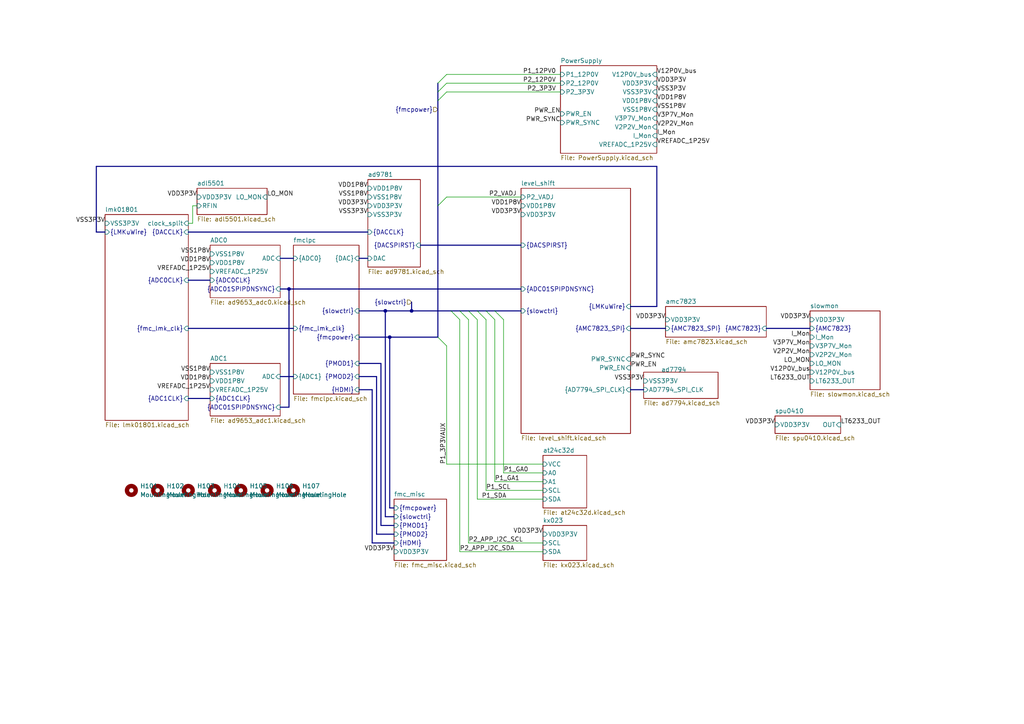
<source format=kicad_sch>
(kicad_sch (version 20231120) (generator "eeschema") (generator_version "8.0")
  (paper "A4")
  (lib_symbols
    (symbol "Mechanical:MountingHole" (pin_names (offset 1.016)) (exclude_from_sim yes) (in_bom no)
      (property "Reference" "H" (at 0 5.08 0))
      (property "Value" "MountingHole" (at 0 3.175 0))
      (symbol "MountingHole_0_1"
        (circle (center 0 0) (radius 1.27) (stroke (width 1.27)))
      )
    )
  )
  (bus_alias "ADC0" (members "ADC0_D0A_N" "ADC0_D0A_P" "ADC0_D0B_N" "ADC0_D0B_P" "ADC0_D0C_N" "ADC0_D0C_P" "ADC0_D0D_N" "ADC0_D0D_P" "ADC0_D1A_N" "ADC0_D1A_P" "ADC0_D1B_N" "ADC0_D1B_P" "ADC0_D1C_N" "ADC0_D1C_P" "ADC0_D1D_N" "ADC0_D1D_P" "ADC0_DCO_N" "ADC0_DCO_P" "ADC0_FCO_N" "ADC0_FCO_P"))
  (bus_alias "ADC01SPIPDNSYNC" (members "ADC0_CSB" "ADC1_CSB" "ADC01_SCLK" "ADC01_SDIO" "ADC01_PDWN" "ADC01_SYNC"))
  (bus_alias "ADC0CLK" (members "ADC0_CLK+" "ADC0_CLK-"))
  (bus_alias "ADC1" (members "ADC1_D0A_N" "ADC1_D0A_P" "ADC1_D0B_N" "ADC1_D0B_P" "ADC1_D0C_N" "ADC1_D0C_P" "ADC1_D0D_N" "ADC1_D0D_P" "ADC1_D1A_N" "ADC1_D1A_P" "ADC1_D1B_N" "ADC1_D1B_P" "ADC1_D1C_N" "ADC1_D1C_P" "ADC1_D1D_N" "ADC1_D1D_P" "ADC1_DCO_N" "ADC1_DCO_P" "ADC1_FCO_N" "ADC1_FCO_P"))
  (bus_alias "ADC1CLK" (members "ADC1_CLK+" "ADC1_CLK-"))
  (bus_alias "AMC7823" (members "CONVERT" "ADC0" "V2P2V_Mon" "V3P7V_Mon" "ADC3" "LT6233_OUT" "LO_MON" "I_Mon" "ADC7" "DAC0" "DAC1" "DAC2" "DAC3" "DAC4" "DAC5" "DAC6" "DAC7" "GPIO0" "GPIO1" "GPIO2" "GPIO3" "GPIO4" "GPIO5" "PRECISION_I_OUTPUT" "EXT_REF_IN"))
  (bus_alias "AMC7823_SPI" (members "SS" "MISO" "MOSI" "SCLK"))
  (bus_alias "DACCLK" (members "DAC_CLKP" "DAC_CLKN"))
  (bus_alias "DACSPIRST" (members "DAC_CSB" "DAC_SCLK" "DAC_SDIO" "DAC_SDO" "DAC_RESET"))
  (junction (at 111.76 90.17))
  (junction (at 83.82 83.82))
  (junction (at 119.38 90.17))
  (junction (at 113.03 97.79))
  (bus_entry (at 135.89 90.17) (size 2.54 2.54))
  (bus_entry (at 127 29.21) (size 2.54 -2.54))
  (bus_entry (at 133.35 90.17) (size 2.54 2.54))
  (bus_entry (at 130.81 90.17) (size 2.54 2.54))
  (bus_entry (at 127 26.67) (size 2.54 -2.54))
  (bus_entry (at 143.51 90.17) (size 2.54 2.54))
  (bus_entry (at 127 97.79) (size 2.54 2.54))
  (bus_entry (at 140.97 90.17) (size 2.54 2.54))
  (bus_entry (at 138.43 90.17) (size 2.54 2.54))
  (bus_entry (at 127 59.69) (size 2.54 -2.54))
  (bus_entry (at 127 24.13) (size 2.54 -2.54))
  (bus (pts (xy 127 97.79) (xy 127 59.69)))
  (bus (pts (xy 130.81 90.17) (xy 133.35 90.17)))
  (bus (pts (xy 113.03 97.79) (xy 127 97.79)))
  (wire (pts (xy 140.97 142.24) (xy 157.48 142.24)))
  (bus (pts (xy 127 26.67) (xy 127 29.21)))
  (bus (pts (xy 83.82 83.82) (xy 151.13 83.82)))
  (bus (pts (xy 119.38 90.17) (xy 130.81 90.17)))
  (wire (pts (xy 140.97 92.71) (xy 140.97 142.24)))
  (bus (pts (xy 143.51 90.17) (xy 151.13 90.17)))
  (bus (pts (xy 81.28 109.22) (xy 85.09 109.22)))
  (bus (pts (xy 54.61 95.25) (xy 85.09 95.25)))
  (wire (pts (xy 138.43 92.71) (xy 138.43 144.78)))
  (bus (pts (xy 133.35 90.17) (xy 135.89 90.17)))
  (bus (pts (xy 190.5 88.9) (xy 190.5 48.26)))
  (wire (pts (xy 133.35 92.71) (xy 133.35 160.02)))
  (bus (pts (xy 104.14 74.93) (xy 106.68 74.93)))
  (bus (pts (xy 127 59.69) (xy 127 29.21)))
  (wire (pts (xy 54.61 64.77) (xy 55.88 64.77)))
  (bus (pts (xy 104.14 109.22) (xy 109.22 109.22)))
  (bus (pts (xy 27.94 67.31) (xy 30.48 67.31)))
  (bus (pts (xy 138.43 90.17) (xy 140.97 90.17)))
  (bus (pts (xy 54.61 115.57) (xy 60.96 115.57)))
  (bus (pts (xy 110.49 105.41) (xy 110.49 152.4)))
  (bus (pts (xy 81.28 74.93) (xy 85.09 74.93)))
  (bus (pts (xy 140.97 90.17) (xy 143.51 90.17)))
  (wire (pts (xy 129.54 26.67) (xy 162.56 26.67)))
  (wire (pts (xy 135.89 92.71) (xy 135.89 157.48)))
  (bus (pts (xy 83.82 118.11) (xy 83.82 83.82)))
  (bus (pts (xy 109.22 154.94) (xy 114.3 154.94)))
  (bus (pts (xy 104.14 90.17) (xy 111.76 90.17)))
  (wire (pts (xy 129.54 134.62) (xy 157.48 134.62)))
  (bus (pts (xy 111.76 90.17) (xy 111.76 149.86)))
  (bus (pts (xy 113.03 147.32) (xy 114.3 147.32)))
  (bus (pts (xy 127 24.13) (xy 127 26.67)))
  (bus (pts (xy 113.03 97.79) (xy 113.03 147.32)))
  (bus (pts (xy 182.88 95.25) (xy 193.04 95.25)))
  (bus (pts (xy 54.61 81.28) (xy 60.96 81.28)))
  (wire (pts (xy 135.89 157.48) (xy 157.48 157.48)))
  (bus (pts (xy 110.49 152.4) (xy 114.3 152.4)))
  (bus (pts (xy 81.28 83.82) (xy 83.82 83.82)))
  (bus (pts (xy 222.25 95.25) (xy 234.95 95.25)))
  (bus (pts (xy 81.28 118.11) (xy 83.82 118.11)))
  (bus (pts (xy 107.95 157.48) (xy 114.3 157.48)))
  (wire (pts (xy 146.05 137.16) (xy 157.48 137.16)))
  (wire (pts (xy 55.88 59.69) (xy 57.15 59.69)))
  (bus (pts (xy 104.14 97.79) (xy 113.03 97.79)))
  (bus (pts (xy 107.95 113.03) (xy 107.95 157.48)))
  (bus (pts (xy 111.76 149.86) (xy 114.3 149.86)))
  (bus (pts (xy 27.94 48.26) (xy 27.94 67.31)))
  (wire (pts (xy 138.43 144.78) (xy 157.48 144.78)))
  (wire (pts (xy 129.54 24.13) (xy 162.56 24.13)))
  (bus (pts (xy 54.61 67.31) (xy 106.68 67.31)))
  (bus (pts (xy 109.22 109.22) (xy 109.22 154.94)))
  (bus (pts (xy 182.88 113.03) (xy 186.69 113.03)))
  (bus (pts (xy 121.92 71.12) (xy 151.13 71.12)))
  (bus (pts (xy 135.89 90.17) (xy 138.43 90.17)))
  (wire (pts (xy 129.54 21.59) (xy 162.56 21.59)))
  (wire (pts (xy 146.05 92.71) (xy 146.05 137.16)))
  (wire (pts (xy 129.54 57.15) (xy 151.13 57.15)))
  (bus (pts (xy 190.5 48.26) (xy 27.94 48.26)))
  (bus (pts (xy 119.38 87.63) (xy 119.38 90.17)))
  (wire (pts (xy 129.54 100.33) (xy 129.54 134.62)))
  (bus (pts (xy 182.88 88.9) (xy 190.5 88.9)))
  (wire (pts (xy 133.35 160.02) (xy 157.48 160.02)))
  (bus (pts (xy 104.14 105.41) (xy 110.49 105.41)))
  (bus (pts (xy 104.14 113.03) (xy 107.95 113.03)))
  (wire (pts (xy 55.88 64.77) (xy 55.88 59.69)))
  (wire (pts (xy 143.51 92.71) (xy 143.51 139.7)))
  (wire (pts (xy 143.51 139.7) (xy 157.48 139.7)))
  (bus (pts (xy 111.76 90.17) (xy 119.38 90.17)))
  (label "P2_VADJ" (at 149.86 57.15 180))
  (label "VDD1P8V" (at 60.96 110.49 180))
  (label "P2_APP_I2C_SDA" (at 133.35 160.02 0))
  (label "V3P7V_Mon" (at 234.95 100.33 180))
  (label "VDD3P3V" (at 57.15 57.15 180))
  (label "P2_APP_I2C_SCL" (at 135.89 157.48 0))
  (label "V2P2V_Mon" (at 190.5 36.83 0))
  (label "VSS1P8V" (at 190.5 31.75 0))
  (label "P2_12P0V" (at 161.29 24.13 180))
  (label "P1_SDA" (at 139.7 144.78 0))
  (label "VSS3P3V" (at 106.68 62.23 180))
  (label "P1_GA0" (at 146.05 137.16 0))
  (label "VSS1P8V" (at 106.68 57.15 180))
  (label "I_Mon" (at 234.95 97.79 180))
  (label "VSS1P8V" (at 60.96 107.95 180))
  (label "VREFADC_1P25V" (at 60.96 78.74 180))
  (label "VSS1P8V" (at 60.96 73.66 180))
  (label "VDD1P8V" (at 60.96 76.2 180))
  (label "VDD3P3V" (at 106.68 59.69 180))
  (label "V12P0V_bus" (at 234.95 107.95 180))
  (label "VDD3P3V" (at 234.95 92.71 180))
  (label "P1_3P3VAUX" (at 129.54 134.62 90))
  (label "VSS3P3V" (at 30.48 64.77 180))
  (label "P1_SCL" (at 140.97 142.24 0))
  (label "VDD1P8V" (at 190.5 29.21 0))
  (label "LT6233_OUT" (at 243.84 123.19 0))
  (label "VDD3P3V" (at 151.13 62.23 180))
  (label "VREFADC_1P25V" (at 190.5 41.91 0))
  (label "VDD1P8V" (at 106.68 54.61 180))
  (label "PWR_EN" (at 182.88 106.68 0))
  (label "LT6233_OUT" (at 234.95 110.49 180))
  (label "V12P0V_bus" (at 190.5 21.59 0))
  (label "I_Mon" (at 190.5 39.37 0))
  (label "P1_12PV0" (at 161.29 21.59 180))
  (label "PWR_EN" (at 162.56 33.02 180))
  (label "VDD3P3V" (at 193.04 92.71 180))
  (label "VDD3P3V" (at 224.79 123.19 180))
  (label "VREFADC_1P25V" (at 60.96 113.03 180))
  (label "LO_MON" (at 234.95 105.41 180))
  (label "PWR_SYNC" (at 162.56 35.56 180))
  (label "VSS3P3V" (at 186.69 110.49 180))
  (label "P2_3P3V" (at 161.29 26.67 180))
  (label "P1_GA1" (at 143.51 139.7 0))
  (label "VDD3P3V" (at 190.5 24.13 0))
  (label "VSS3P3V" (at 190.5 26.67 0))
  (label "V2P2V_Mon" (at 234.95 102.87 180))
  (label "LO_MON" (at 77.47 57.15 0))
  (label "V3P7V_Mon" (at 190.5 34.29 0))
  (label "PWR_SYNC" (at 182.88 104.14 0))
  (label "VDD3P3V" (at 157.48 154.94 180))
  (label "VDD3P3V" (at 114.3 160.02 180))
  (label "VDD1P8V" (at 151.13 59.69 180))
  (hierarchical_label "{fmcpower}" (shape input) (at 127 31.75 180))
  (hierarchical_label "{slowctrl}" (shape input) (at 119.38 87.63 180))
  (symbol (lib_id "Mechanical:MountingHole") (at 45.72 142.24 0) (unit 1) (exclude_from_sim yes) (in_bom no)
    (property "Reference" "H102" (at 48.26 140.9699 0) (effects (justify left)))
    (property "Value" "MountingHole" (at 48.26 143.5099 0) (effects (justify left)))
    (property "Footprint" "001_download:MountingHole_digitizer" (effects (hide yes)))
    (property "Description" "Mounting Hole without connection" (effects (hide yes)))
    (property "gfootprint" "0603" (effects (hide yes)))
  )
  (symbol (lib_id "Mechanical:MountingHole") (at 38.1 142.24 0) (unit 1) (exclude_from_sim yes) (in_bom no)
    (property "Reference" "H101" (at 40.64 140.9699 0) (effects (justify left)))
    (property "Value" "MountingHole" (at 40.64 143.5099 0) (effects (justify left)))
    (property "Footprint" "001_download:MountingHole_digitizer" (effects (hide yes)))
    (property "Description" "Mounting Hole without connection" (effects (hide yes)))
  )
  (symbol (lib_id "Mechanical:MountingHole") (at 85.09 142.24 0) (unit 1) (exclude_from_sim yes) (in_bom no)
    (property "Reference" "H107" (at 87.63 140.9699 0) (effects (justify left)))
    (property "Value" "MountingHole" (at 87.63 143.5099 0) (effects (justify left)))
    (property "Footprint" "001_download:MountingHole_digitizer" (effects (hide yes)))
    (property "Description" "Mounting Hole without connection" (effects (hide yes)))
    (property "gfootprint" "1206" (effects (hide yes)))
  )
  (symbol (lib_id "Mechanical:MountingHole") (at 69.85 142.24 0) (unit 1) (exclude_from_sim yes) (in_bom no)
    (property "Reference" "H105" (at 72.39 140.9699 0) (effects (justify left)))
    (property "Value" "MountingHole" (at 72.39 143.5099 0) (effects (justify left)))
    (property "Footprint" "001_download:MountingHole_digitizer" (effects (hide yes)))
    (property "Description" "Mounting Hole without connection" (effects (hide yes)))
    (property "gfootprint" "0603" (effects (hide yes)))
  )
  (symbol (lib_id "Mechanical:MountingHole") (at 77.47 142.24 0) (unit 1) (exclude_from_sim yes) (in_bom no)
    (property "Reference" "H106" (at 80.01 140.9699 0) (effects (justify left)))
    (property "Value" "MountingHole" (at 80.01 143.5099 0) (effects (justify left)))
    (property "Footprint" "001_download:MountingHole_digitizer" (effects (hide yes)))
    (property "Description" "Mounting Hole without connection" (effects (hide yes)))
  )
  (symbol (lib_id "Mechanical:MountingHole") (at 54.61 142.24 0) (unit 1) (exclude_from_sim yes) (in_bom no)
    (property "Reference" "H103" (at 57.15 140.9699 0) (effects (justify left)))
    (property "Value" "MountingHole" (at 57.15 143.5099 0) (effects (justify left)))
    (property "Footprint" "001_download:MountingHole_digitizer" (effects (hide yes)))
    (property "Description" "Mounting Hole without connection" (effects (hide yes)))
    (property "gfootprint" "0603" (effects (hide yes)))
  )
  (symbol (lib_id "Mechanical:MountingHole") (at 62.23 142.24 0) (unit 1) (exclude_from_sim yes) (in_bom no)
    (property "Reference" "H104" (at 64.77 140.9699 0) (effects (justify left)))
    (property "Value" "MountingHole" (at 64.77 143.5099 0) (effects (justify left)))
    (property "Footprint" "001_download:MountingHole_digitizer" (effects (hide yes)))
    (property "Description" "Mounting Hole without connection" (effects (hide yes)))
    (property "gfootprint" "0402" (effects (hide yes)))
  )
  (sheet (at 60.96 71.12) (size 20.32 15.24) (stroke (width 0.1524))
    (property "Sheetname" "ADC0" (at 60.96 70.4084 0) (effects (justify left bottom)))
    (property "Sheetfile" "ad9653_adc0.kicad_sch" (at 60.96 86.9446 0) (effects (justify left top)))
    (pin "ADC" input (at 81.28 74.93 0))
    (pin "VSS1P8V" input (at 60.96 73.66 180))
    (pin "VDD1P8V" input (at 60.96 76.2 180))
    (pin "{ADC0CLK}" input (at 60.96 81.28 180))
    (pin "VREFADC_1P25V" input (at 60.96 78.74 180))
    (pin "{ADC01SPIPDNSYNC}" input (at 81.28 83.82 0))
  )
  (sheet (at 60.96 105.41) (size 20.32 15.24) (stroke (width 0.1524))
    (property "Sheetname" "ADC1" (at 60.96 104.6984 0) (effects (justify left bottom)))
    (property "Sheetfile" "ad9653_adc1.kicad_sch" (at 60.96 121.2346 0) (effects (justify left top)))
    (pin "ADC" input (at 81.28 109.22 0))
    (pin "VSS1P8V" input (at 60.96 107.95 180))
    (pin "VDD1P8V" input (at 60.96 110.49 180))
    (pin "{ADC1CLK}" input (at 60.96 115.57 180))
    (pin "VREFADC_1P25V" input (at 60.96 113.03 180))
    (pin "{ADC01SPIPDNSYNC}" input (at 81.28 118.11 0))
  )
  (sheet (at 162.56 19.05) (size 27.94 25.4) (stroke (width 0.1524))
    (property "Sheetname" "PowerSupply" (at 162.56 18.3384 0) (effects (justify left bottom)))
    (property "Sheetfile" "PowerSupply.kicad_sch" (at 162.56 45.0346 0) (effects (justify left top)))
    (pin "V12P0V_bus" input (at 190.5 21.59 0))
    (pin "P2_12P0V" input (at 162.56 24.13 180))
    (pin "P2_3P3V" input (at 162.56 26.67 180))
    (pin "P1_12P0V" input (at 162.56 21.59 180))
    (pin "VDD3P3V" input (at 190.5 24.13 0))
    (pin "V2P2V_Mon" input (at 190.5 36.83 0))
    (pin "I_Mon" input (at 190.5 39.37 0))
    (pin "PWR_EN" input (at 162.56 33.02 180))
    (pin "PWR_SYNC" input (at 162.56 35.56 180))
    (pin "VSS1P8V" input (at 190.5 31.75 0))
    (pin "V3P7V_Mon" input (at 190.5 34.29 0))
    (pin "VSS3P3V" input (at 190.5 26.67 0))
    (pin "VDD1P8V" input (at 190.5 29.21 0))
    (pin "VREFADC_1P25V" input (at 190.5 41.91 0))
  )
  (sheet (at 186.69 107.95) (size 21.59 7.62) (stroke (width 0.1524))
    (property "Sheetname" "ad7794" (at 191.77 107.95 0) (effects (justify left bottom)))
    (property "Sheetfile" "ad7794.kicad_sch" (at 186.69 116.1546 0) (effects (justify left top)))
    (pin "VSS3P3V" input (at 186.69 110.49 180))
    (pin "AD7794_SPI_CLK" input (at 186.69 113.03 180))
  )
  (sheet (at 106.68 52.07) (size 15.24 25.4) (stroke (width 0.1524))
    (property "Sheetname" "ad9781" (at 106.68 51.3584 0) (effects (justify left bottom)))
    (property "Sheetfile" "ad9781.kicad_sch" (at 106.68 78.0546 0) (effects (justify left top)))
    (pin "DAC" input (at 106.68 74.93 180))
    (pin "VDD1P8V" input (at 106.68 54.61 180))
    (pin "VDD3P3V" input (at 106.68 59.69 180))
    (pin "VSS1P8V" input (at 106.68 57.15 180))
    (pin "VSS3P3V" input (at 106.68 62.23 180))
    (pin "{DACCLK}" input (at 106.68 67.31 180))
    (pin "{DACSPIRST}" input (at 121.92 71.12 0))
  )
  (sheet (at 57.15 54.61) (size 20.32 7.62) (stroke (width 0.1524))
    (property "Sheetname" "adl5501" (at 57.15 53.8984 0) (effects (justify left bottom)))
    (property "Sheetfile" "adl5501.kicad_sch" (at 57.15 62.8146 0) (effects (justify left top)))
    (pin "RFIN" input (at 57.15 59.69 180))
    (pin "VDD3P3V" input (at 57.15 57.15 180))
    (pin "LO_MON" input (at 77.47 57.15 0))
  )
  (sheet (at 193.04 88.9) (size 29.21 8.89) (stroke (width 0.1524))
    (property "Sheetname" "amc7823" (at 193.04 88.1884 0) (effects (justify left bottom)))
    (property "Sheetfile" "amc7823.kicad_sch" (at 193.04 98.3746 0) (effects (justify left top)))
    (pin "VDD3P3V" input (at 193.04 92.71 180))
    (pin "{AMC7823_SPI}" input (at 193.04 95.25 180))
    (pin "{AMC7823}" input (at 222.25 95.25 0))
  )
  (sheet (at 157.48 132.08) (size 12.7 15.24) (stroke (width 0.1524))
    (property "Sheetname" "at24c32d" (at 157.48 131.3684 0) (effects (justify left bottom)))
    (property "Sheetfile" "at24c32d.kicad_sch" (at 157.48 147.9046 0) (effects (justify left top)))
    (pin "SCL" input (at 157.48 142.24 180))
    (pin "SDA" input (at 157.48 144.78 180))
    (pin "A0" input (at 157.48 137.16 180))
    (pin "A1" input (at 157.48 139.7 180))
    (pin "VCC" input (at 157.48 134.62 180))
  )
  (sheet (at 114.3 144.78) (size 15.24 17.78) (stroke (width 0.1524))
    (property "Sheetname" "fmc_misc" (at 114.3 144.0684 0) (effects (justify left bottom)))
    (property "Sheetfile" "fmc_misc.kicad_sch" (at 114.3 163.1446 0) (effects (justify left top)))
    (pin "{slowctrl}" input (at 114.3 149.86 180))
    (pin "{fmcpower}" input (at 114.3 147.32 180))
    (pin "{PMOD1}" input (at 114.3 152.4 180))
    (pin "{HDMI}" input (at 114.3 157.48 180))
    (pin "{PMOD2}" input (at 114.3 154.94 180))
    (pin "VDD3P3V" input (at 114.3 160.02 180))
  )
  (sheet (at 85.09 71.12) (size 19.05 43.18) (stroke (width 0.1524))
    (property "Sheetname" "fmclpc" (at 85.09 70.4084 0) (effects (justify left bottom)))
    (property "Sheetfile" "fmclpc.kicad_sch" (at 85.09 114.8846 0) (effects (justify left top)))
    (pin "{slowctrl}" input (at 104.14 90.17 0))
    (pin "{PMOD2}" input (at 104.14 109.22 0))
    (pin "{fmcpower}" input (at 104.14 97.79 0))
    (pin "{DAC}" input (at 104.14 74.93 0))
    (pin "{HDMI}" input (at 104.14 113.03 0))
    (pin "{fmc_lmk_clk}" input (at 85.09 95.25 180))
    (pin "{ADC1}" input (at 85.09 109.22 180))
    (pin "{ADC0}" input (at 85.09 74.93 180))
    (pin "{PMOD1}" input (at 104.14 105.41 0))
  )
  (sheet (at 157.48 152.4) (size 12.7 10.16) (stroke (width 0.1524))
    (property "Sheetname" "kx023" (at 157.48 151.6884 0) (effects (justify left bottom)))
    (property "Sheetfile" "kx023.kicad_sch" (at 157.48 163.1446 0) (effects (justify left top)))
    (pin "VDD3P3V" input (at 157.48 154.94 180))
    (pin "SCL" input (at 157.48 157.48 180))
    (pin "SDA" input (at 157.48 160.02 180))
  )
  (sheet (at 151.13 54.61) (size 31.75 71.12) (stroke (width 0.1524))
    (property "Sheetname" "level_shift" (at 151.13 53.8984 0) (effects (justify left bottom)))
    (property "Sheetfile" "level_shift.kicad_sch" (at 151.13 126.3146 0) (effects (justify left top)))
    (pin "{slowctrl}" input (at 151.13 90.17 180))
    (pin "P2_VADJ" input (at 151.13 57.15 180))
    (pin "VDD1P8V" input (at 151.13 59.69 180))
    (pin "{DACSPIRST}" input (at 151.13 71.12 180))
    (pin "{AMC7823_SPI}" input (at 182.88 95.25 0))
    (pin "{AD7794_SPI_CLK}" input (at 182.88 113.03 0))
    (pin "PWR_SYNC" input (at 182.88 104.14 0))
    (pin "PWR_EN" input (at 182.88 106.68 0))
    (pin "{LMKuWire}" input (at 182.88 88.9 0))
    (pin "VDD3P3V" input (at 151.13 62.23 180))
    (pin "{ADC01SPIPDNSYNC}" input (at 151.13 83.82 180))
  )
  (sheet (at 30.48 62.23) (size 24.13 59.69) (stroke (width 0.1524))
    (property "Sheetname" "lmk01801" (at 30.48 61.5184 0) (effects (justify left bottom)))
    (property "Sheetfile" "lmk01801.kicad_sch" (at 30.48 122.5046 0) (effects (justify left top)))
    (pin "VSS3P3V" input (at 30.48 64.77 180))
    (pin "clock_split" input (at 54.61 64.77 0))
    (pin "{DACCLK}" input (at 54.61 67.31 0))
    (pin "{LMKuWire}" input (at 30.48 67.31 180))
    (pin "{ADC0CLK}" input (at 54.61 81.28 0))
    (pin "{fmc_lmk_clk}" input (at 54.61 95.25 0))
    (pin "{ADC1CLK}" input (at 54.61 115.57 0))
  )
  (sheet (at 234.95 90.17) (size 20.32 22.86) (stroke (width 0.1524))
    (property "Sheetname" "slowmon" (at 234.95 89.4584 0) (effects (justify left bottom)))
    (property "Sheetfile" "slowmon.kicad_sch" (at 234.95 113.6146 0) (effects (justify left top)))
    (pin "VDD3P3V" input (at 234.95 92.71 180))
    (pin "I_Mon" input (at 234.95 97.79 180))
    (pin "V3P7V_Mon" input (at 234.95 100.33 180))
    (pin "V2P2V_Mon" input (at 234.95 102.87 180))
    (pin "LO_MON" input (at 234.95 105.41 180))
    (pin "V12P0V_bus" input (at 234.95 107.95 180))
    (pin "LT6233_OUT" input (at 234.95 110.49 180))
    (pin "{AMC7823}" input (at 234.95 95.25 180))
  )
  (sheet (at 224.79 120.65) (size 19.05 5.08) (stroke (width 0.1524))
    (property "Sheetname" "spu0410" (at 224.79 119.9384 0) (effects (justify left bottom)))
    (property "Sheetfile" "spu0410.kicad_sch" (at 224.79 126.3146 0) (effects (justify left top)))
    (pin "VDD3P3V" input (at 224.79 123.19 180))
    (pin "OUT" input (at 243.84 123.19 0))
  )
)
</source>
